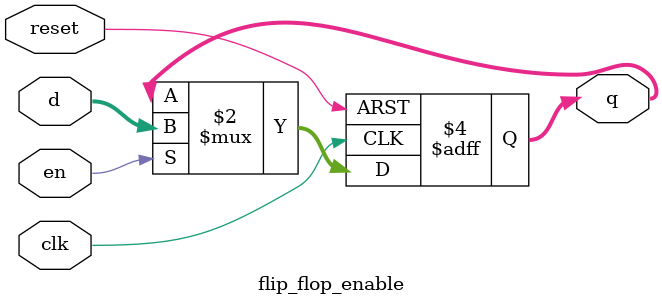
<source format=sv>
module flip_flop_enable #(parameter WIDTH = 8)
		(input logic clk, reset, en,
		input logic [WIDTH-1:0] d,
		output logic [WIDTH-1:0] q);
	always_ff @(posedge clk, posedge reset)
		if (reset) q <= 0;
		else if (en) q <= d;
endmodule
</source>
